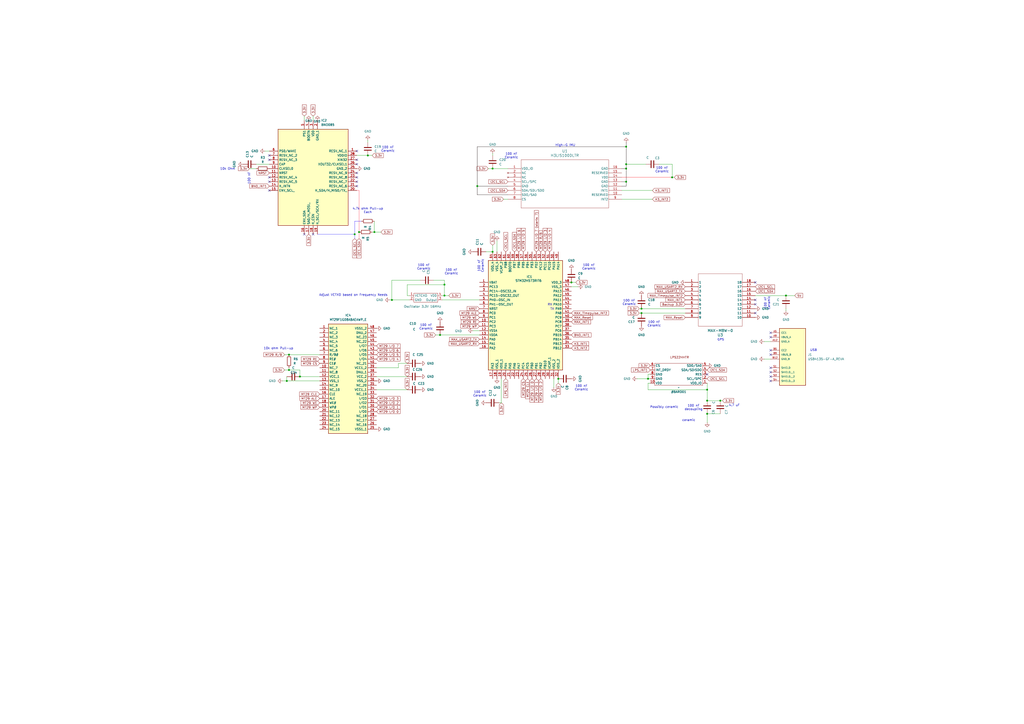
<source format=kicad_sch>
(kicad_sch (version 20250114) (generator "eeschema") (generator_version "9.0")
  (paper "A2")
  (lib_symbols
    (symbol "Device:C" (pin_numbers (hide yes)) (pin_names (offset 0.254))
      (property "Reference" "C" (at 0.635 2.54 0))
      (property "Value" "C" (at 0.635 -2.54 0))
      (symbol "C_1_1"
        (pin passive line (at 0 3.81 270) (length 2.794) (name "~") (number "1"))
        (pin passive line (at 0 -3.81 90) (length 2.794) (name "~") (number "2"))
      )
    )
    (symbol "Device:R" (pin_numbers (hide yes)) (pin_names (offset 0))
      (property "Reference" "R" (at 2.032 0 90))
      (property "Value" "R" (at 0 0 90))
      (symbol "R_1_1"
        (pin passive line (at 0 3.81 270) (length 1.27) (name "~") (number "1"))
        (pin passive line (at 0 -3.81 90) (length 1.27) (name "~") (number "2"))
      )
    )
    (symbol "Rocket Club 2025 Parts Symbols(1):BNO085"
      (property "Reference" "IC" (at 46.99 17.78 0))
      (property "Value" "BNO085" (at 46.99 15.24 0))
      (symbol "BNO085_1_1"
        (pin passive line (at 0 0 0) (length 5.08) (name "PS0/WAKE") (number "6"))
        (pin passive line (at 0 -2.54 0) (length 5.08) (name "RESV_NC_2") (number "7"))
        (pin passive line (at 0 -5.08 0) (length 5.08) (name "RESV_NC_3") (number "8"))
        (pin passive line (at 0 -7.62 0) (length 5.08) (name "CAP") (number "9"))
        (pin passive line (at 0 -10.16 0) (length 5.08) (name "CLKSEL0") (number "10"))
        (pin passive line (at 0 -12.7 0) (length 5.08) (name "NRST") (number "11"))
        (pin passive line (at 0 -15.24 0) (length 5.08) (name "RESV_NC_4") (number "12"))
        (pin passive line (at 0 -17.78 0) (length 5.08) (name "RESV_NC_5") (number "13"))
        (pin passive line (at 0 -20.32 0) (length 5.08) (name "H_INTN") (number "14"))
        (pin passive line (at 0 -22.86 0) (length 5.08) (name "ENV_SCL_") (number "15"))
        (pin passive line (at 20.32 17.78 270) (length 5.08) (name "PS1") (number "5"))
        (pin passive line (at 20.32 -48.26 90) (length 5.08) (name "ENV_SDA") (number "16"))
        (pin passive line (at 22.86 17.78 270) (length 5.08) (name "BOOTN") (number "4"))
        (pin passive line (at 22.86 -48.26 90) (length 5.08) (name "SA0/H_MOSI_") (number "17"))
        (pin passive line (at 25.4 17.78 270) (length 5.08) (name "VDD") (number "3"))
        (pin passive line (at 25.4 -48.26 90) (length 5.08) (name "H_CSN") (number "18"))
        (pin passive line (at 27.94 17.78 270) (length 5.08) (name "GND_1") (number "2"))
        (pin passive line (at 27.94 -48.26 90) (length 5.08) (name "H_SCL/SCK/RX") (number "19"))
        (pin passive line (at 50.8 0 180) (length 5.08) (name "RESV_NC_1") (number "1"))
        (pin passive line (at 50.8 -2.54 180) (length 5.08) (name "VDDIO") (number "28"))
        (pin passive line (at 50.8 -5.08 180) (length 5.08) (name "XIN32") (number "27"))
        (pin passive line (at 50.8 -7.62 180) (length 5.08) (name "XOUT32/CLKSEL1") (number "26"))
        (pin passive line (at 50.8 -10.16 180) (length 5.08) (name "GND_2") (number "25"))
        (pin passive line (at 50.8 -12.7 180) (length 5.08) (name "RESV_NC_9") (number "24"))
        (pin passive line (at 50.8 -15.24 180) (length 5.08) (name "RESV_NC_8") (number "23"))
        (pin passive line (at 50.8 -17.78 180) (length 5.08) (name "RESV_NC_7") (number "22"))
        (pin passive line (at 50.8 -20.32 180) (length 5.08) (name "RESV_NC_6") (number "21"))
        (pin passive line (at 50.8 -22.86 180) (length 5.08) (name "H_SDA/H_MISO/TX_") (number "20"))
      )
    )
    (symbol "Rocket Club 2025 Parts Symbols:MT29F1G08ABAEAWP_E"
      (property "Reference" "IC" (at 29.21 7.62 0))
      (property "Value" "MT29F1G08ABAEAWP_E" (at 29.21 5.08 0))
      (symbol "MT29F1G08ABAEAWP_E_1_1"
        (pin passive line (at 0 0 0) (length 5.08) (name "NC_1") (number "1"))
        (pin passive line (at 0 -2.54 0) (length 5.08) (name "NC_2") (number "2"))
        (pin passive line (at 0 -5.08 0) (length 5.08) (name "NC_3") (number "3"))
        (pin passive line (at 0 -7.62 0) (length 5.08) (name "NC_4") (number "4"))
        (pin passive line (at 0 -10.16 0) (length 5.08) (name "NC_5") (number "5"))
        (pin passive line (at 0 -12.7 0) (length 5.08) (name "NC_6") (number "6"))
        (pin passive line (at 0 -15.24 0) (length 5.08) (name "R/B#") (number "7"))
        (pin passive line (at 0 -17.78 0) (length 5.08) (name "RE#") (number "8"))
        (pin passive line (at 0 -20.32 0) (length 5.08) (name "CE#") (number "9"))
        (pin passive line (at 0 -22.86 0) (length 5.08) (name "NC_7") (number "10"))
        (pin passive line (at 0 -25.4 0) (length 5.08) (name "NC_8") (number "11"))
        (pin passive line (at 0 -27.94 0) (length 5.08) (name "VCC_1") (number "12"))
        (pin passive line (at 0 -30.48 0) (length 5.08) (name "VSS_1") (number "13"))
        (pin passive line (at 0 -33.02 0) (length 5.08) (name "NC_9") (number "14"))
        (pin passive line (at 0 -35.56 0) (length 5.08) (name "NC_10") (number "15"))
        (pin passive line (at 0 -38.1 0) (length 5.08) (name "CLE") (number "16"))
        (pin passive line (at 0 -40.64 0) (length 5.08) (name "ALE") (number "17"))
        (pin passive line (at 0 -43.18 0) (length 5.08) (name "WE#") (number "18"))
        (pin passive line (at 0 -45.72 0) (length 5.08) (name "WP#") (number "19"))
        (pin passive line (at 0 -48.26 0) (length 5.08) (name "NC_11") (number "20"))
        (pin passive line (at 0 -50.8 0) (length 5.08) (name "NC_12") (number "21"))
        (pin passive line (at 0 -53.34 0) (length 5.08) (name "NC_13") (number "22"))
        (pin passive line (at 0 -55.88 0) (length 5.08) (name "NC_14") (number "23"))
        (pin passive line (at 0 -58.42 0) (length 5.08) (name "NC_15") (number "24"))
        (pin passive line (at 33.02 0 180) (length 5.08) (name "VSS1_2") (number "48"))
        (pin passive line (at 33.02 -2.54 180) (length 5.08) (name "DNU_2") (number "47"))
        (pin passive line (at 33.02 -5.08 180) (length 5.08) (name "NC_23") (number "46"))
        (pin passive line (at 33.02 -7.62 180) (length 5.08) (name "NC_22") (number "45"))
        (pin passive line (at 33.02 -10.16 180) (length 5.08) (name "I/O7") (number "44"))
        (pin passive line (at 33.02 -12.7 180) (length 5.08) (name "I/O6") (number "43"))
        (pin passive line (at 33.02 -15.24 180) (length 5.08) (name "I/O5") (number "42"))
        (pin passive line (at 33.02 -17.78 180) (length 5.08) (name "I/O4") (number "41"))
        (pin passive line (at 33.02 -20.32 180) (length 5.08) (name "NC_21") (number "40"))
        (pin passive line (at 33.02 -22.86 180) (length 5.08) (name "VCC1_2") (number "39"))
        (pin passive line (at 33.02 -25.4 180) (length 5.08) (name "DNU_1") (number "38"))
        (pin passive line (at 33.02 -27.94 180) (length 5.08) (name "VCC_2") (number "37"))
        (pin passive line (at 33.02 -30.48 180) (length 5.08) (name "VSS_2") (number "36"))
        (pin passive line (at 33.02 -33.02 180) (length 5.08) (name "NC_20") (number "35"))
        (pin passive line (at 33.02 -35.56 180) (length 5.08) (name "VCC1_1") (number "34"))
        (pin passive line (at 33.02 -38.1 180) (length 5.08) (name "NC_19") (number "33"))
        (pin passive line (at 33.02 -40.64 180) (length 5.08) (name "I/O3") (number "32"))
        (pin passive line (at 33.02 -43.18 180) (length 5.08) (name "I/O2") (number "31"))
        (pin passive line (at 33.02 -45.72 180) (length 5.08) (name "I/O1") (number "30"))
        (pin passive line (at 33.02 -48.26 180) (length 5.08) (name "I/O0") (number "29"))
        (pin passive line (at 33.02 -50.8 180) (length 5.08) (name "NC_18") (number "28"))
        (pin passive line (at 33.02 -53.34 180) (length 5.08) (name "NC_17") (number "27"))
        (pin passive line (at 33.02 -55.88 180) (length 5.08) (name "NC_16") (number "26"))
        (pin passive line (at 33.02 -58.42 180) (length 5.08) (name "VSS1_1") (number "25"))
      )
    )
    (symbol "Rocket Club 2025 Parts Symbols_Including_Full_Stm32:BARO_LPS22HHTR" (power) (in_bom no) (on_board no)
      (property "Reference" "BARO" (at 9.398 2.032 0))
      (symbol "BARO_LPS22HHTR_1_1"
        (text "LPS22HHTR" (at 9.652 -18.796 0) (effects (font (size 1.27 1.27))))
        (pin input line (at -6.35 -3.81 0) (length 2.54) (name "VDD_IO") (number "1"))
        (pin input line (at -6.35 -6.35 0) (length 2.54) (name "SCL/SPC") (number "2"))
        (pin input line (at -6.35 -8.89 0) (length 2.54) (name "RES") (number "3"))
        (pin bidirectional line (at -6.35 -11.43 0) (length 2.54) (name "SDA/SDISDO") (number "4"))
        (pin bidirectional line (at -6.35 -13.97 0) (length 2.54) (name "SDO/SA0") (number "5"))
        (pin input line (at 26.67 -3.81 180) (length 2.54) (name "VDD") (number "10"))
        (pin input line (at 26.67 -6.35 180) (length 2.54) (name "GND") (number "9"))
        (pin input line (at 26.67 -8.89 180) (length 2.54) (name "GND") (number "8"))
        (pin output line (at 26.67 -11.43 180) (length 2.54) (name "INT_DRDY") (number "7"))
        (pin input line (at 26.67 -13.97 180) (length 2.54) (name "CS") (number "6"))
      )
    )
    (symbol "Rocket Club 2025 Parts Symbols_Including_Full_Stm32:H3LIS100DLTR" (pin_names (offset 0.254))
      (property "Reference" "U" (at 33.02 10.16 0))
      (property "Value" "H3LIS100DLTR" (at 33.02 7.62 0))
      (symbol "H3LIS100DLTR_0_1"
        (pin power_in line (at 0 0 0) (length 7.62) (name "VDD_IO") (number "1"))
        (pin no_connect line (at 0 -2.54 0) (length 7.62) (name "NC") (number "2"))
        (pin no_connect line (at 0 -5.08 0) (length 7.62) (name "NC") (number "3"))
        (pin bidirectional line (at 0 -7.62 0) (length 7.62) (name "SCL/SPC") (number "4"))
        (pin power_in line (at 0 -10.16 0) (length 7.62) (name "GND") (number "5"))
        (pin bidirectional line (at 0 -12.7 0) (length 7.62) (name "SDA/SDI/SDO") (number "6"))
        (pin bidirectional line (at 0 -15.24 0) (length 7.62) (name "SDO/SA0") (number "7"))
        (pin bidirectional line (at 0 -17.78 0) (length 7.62) (name "CS") (number "8"))
        (pin power_in line (at 66.04 0 180) (length 7.62) (name "GND") (number "16"))
        (pin unspecified line (at 66.04 -2.54 180) (length 7.62) (name "RESERVED") (number "15"))
        (pin power_in line (at 66.04 -5.08 180) (length 7.62) (name "VDD") (number "14"))
        (pin power_in line (at 66.04 -7.62 180) (length 7.62) (name "GND") (number "13"))
        (pin power_in line (at 66.04 -10.16 180) (length 7.62) (name "GND") (number "12"))
        (pin bidirectional line (at 66.04 -12.7 180) (length 7.62) (name "INT1") (number "11"))
        (pin unspecified line (at 66.04 -15.24 180) (length 7.62) (name "RESERVED") (number "10"))
        (pin bidirectional line (at 66.04 -17.78 180) (length 7.62) (name "INT2") (number "9"))
      )
    )
    (symbol "Rocket Club 2025 Parts Symbols_Including_Full_Stm32:MAX-M8W-0" (pin_names (offset 0.254))
      (property "Reference" "U" (at 20.32 10.16 0))
      (property "Value" "MAX-M8W-0" (at 20.32 7.62 0))
      (symbol "MAX-M8W-0_0_1"
        (pin unspecified line (at 0 0 0) (length 7.62) (name "1") (number "1"))
        (pin unspecified line (at 0 -2.54 0) (length 7.62) (name "2") (number "2"))
        (pin unspecified line (at 0 -5.08 0) (length 7.62) (name "3") (number "3"))
        (pin unspecified line (at 0 -7.62 0) (length 7.62) (name "4") (number "4"))
        (pin unspecified line (at 0 -10.16 0) (length 7.62) (name "5") (number "5"))
        (pin unspecified line (at 0 -12.7 0) (length 7.62) (name "6") (number "6"))
        (pin unspecified line (at 0 -15.24 0) (length 7.62) (name "7") (number "7"))
        (pin unspecified line (at 0 -17.78 0) (length 7.62) (name "8") (number "8"))
        (pin unspecified line (at 0 -20.32 0) (length 7.62) (name "9") (number "9"))
        (pin unspecified line (at 40.64 0 180) (length 7.62) (name "18") (number "18"))
        (pin unspecified line (at 40.64 -2.54 180) (length 7.62) (name "17") (number "17"))
        (pin unspecified line (at 40.64 -5.08 180) (length 7.62) (name "16") (number "16"))
        (pin unspecified line (at 40.64 -7.62 180) (length 7.62) (name "15") (number "15"))
        (pin unspecified line (at 40.64 -10.16 180) (length 7.62) (name "14") (number "14"))
        (pin unspecified line (at 40.64 -12.7 180) (length 7.62) (name "13") (number "13"))
        (pin unspecified line (at 40.64 -15.24 180) (length 7.62) (name "12") (number "12"))
        (pin unspecified line (at 40.64 -17.78 180) (length 7.62) (name "11") (number "11"))
        (pin unspecified line (at 40.64 -20.32 180) (length 7.62) (name "10") (number "10"))
      )
    )
    (symbol "Rocket Club 2025 Parts Symbols_Including_Full_Stm32:Oscillator_TXETDDSANF-16Mhz"
      (property "Reference" "Oscillator 3.3V 16MHz" (at 3.302 -3.556 0))
      (property "Value" "Oscillator 3.3V 16MHz" (at 3.302 -3.556 0))
      (symbol "Oscillator_TXETDDSANF-16Mhz_1_1"
        (pin input line (at -3.81 5.08 0) (length 2.54) (name "VCTCXO") (number "1"))
        (pin input line (at -3.81 2.54 0) (length 2.54) (name "GND") (number "2"))
        (pin input line (at 15.24 5.08 180) (length 2.54) (name "VDD") (number "4"))
        (pin output line (at 15.24 2.54 180) (length 2.54) (name "Output") (number "3"))
      )
    )
    (symbol "Rocket Club 2025 Parts Symbols_Including_Full_Stm32:STM32H573RIT6"
      (property "Reference" "IC" (at 49.53 17.78 0))
      (property "Value" "STM32H573RIT6" (at 49.53 15.24 0))
      (symbol "STM32H573RIT6_1_1"
        (pin passive line (at 0 0 0) (length 5.08) (name "VBAT") (number "1"))
        (pin passive line (at 0 -2.54 0) (length 5.08) (name "PC13") (number "2"))
        (pin passive line (at 0 -5.08 0) (length 5.08) (name "PC14-OSC32_IN") (number "3"))
        (pin passive line (at 0 -7.62 0) (length 5.08) (name "PC15-OSC32_OUT") (number "4"))
        (pin passive line (at 0 -10.16 0) (length 5.08) (name "PH0-OSC_IN") (number "5"))
        (pin passive line (at 0 -12.7 0) (length 5.08) (name "PH1-OSC_OUT") (number "6"))
        (pin passive line (at 0 -15.24 0) (length 5.08) (name "NRST") (number "7"))
        (pin passive line (at 0 -17.78 0) (length 5.08) (name "PC0") (number "8"))
        (pin passive line (at 0 -20.32 0) (length 5.08) (name "PC1") (number "9"))
        (pin passive line (at 0 -22.86 0) (length 5.08) (name "PC2") (number "10"))
        (pin passive line (at 0 -25.4 0) (length 5.08) (name "PC3") (number "11"))
        (pin passive line (at 0 -27.94 0) (length 5.08) (name "VSSA") (number "12"))
        (pin passive line (at 0 -30.48 0) (length 5.08) (name "VDDA") (number "13"))
        (pin passive line (at 0 -33.02 0) (length 5.08) (name "PA0") (number "14"))
        (pin passive line (at 0 -35.56 0) (length 5.08) (name "PA1") (number "15"))
        (pin passive line (at 0 -38.1 0) (length 5.08) (name "PA2") (number "16"))
        (pin passive line (at 7.62 17.78 270) (length 5.08) (name "VDD_4") (number "64"))
        (pin passive line (at 7.62 -55.88 90) (length 5.08) (name "PA3") (number "17"))
        (pin passive line (at 10.16 17.78 270) (length 5.08) (name "VSS_4") (number "63"))
        (pin passive line (at 10.16 -55.88 90) (length 5.08) (name "VSS_1") (number "18"))
        (pin passive line (at 12.7 17.78 270) (length 5.08) (name "VCAP_2") (number "62"))
        (pin passive line (at 12.7 -55.88 90) (length 5.08) (name "VDD_1") (number "19"))
        (pin passive line (at 15.24 17.78 270) (length 5.08) (name "PB8") (number "61"))
        (pin passive line (at 15.24 -55.88 90) (length 5.08) (name "PA4") (number "20"))
        (pin passive line (at 17.78 17.78 270) (length 5.08) (name "BOOT0") (number "60"))
        (pin passive line (at 17.78 -55.88 90) (length 5.08) (name "PA5") (number "21"))
        (pin passive line (at 20.32 17.78 270) (length 5.08) (name "PB7") (number "59"))
        (pin passive line (at 20.32 -55.88 90) (length 5.08) (name "PA6") (number "22"))
        (pin passive line (at 22.86 17.78 270) (length 5.08) (name "PB6") (number "58"))
        (pin passive line (at 22.86 -55.88 90) (length 5.08) (name "PA7") (number "23"))
        (pin passive line (at 25.4 17.78 270) (length 5.08) (name "PB5") (number "57"))
        (pin passive line (at 25.4 -55.88 90) (length 5.08) (name "PC4") (number "24"))
        (pin passive line (at 27.94 17.78 270) (length 5.08) (name "PB4") (number "56"))
        (pin passive line (at 27.94 -55.88 90) (length 5.08) (name "PC5") (number "25"))
        (pin passive line (at 30.48 17.78 270) (length 5.08) (name "PB3") (number "55"))
        (pin passive line (at 30.48 -55.88 90) (length 5.08) (name "PB0") (number "26"))
        (pin passive line (at 33.02 17.78 270) (length 5.08) (name "PD2") (number "54"))
        (pin passive line (at 33.02 -55.88 90) (length 5.08) (name "PB1") (number "27"))
        (pin passive line (at 35.56 17.78 270) (length 5.08) (name "PC12") (number "53"))
        (pin passive line (at 35.56 -55.88 90) (length 5.08) (name "PB2") (number "28"))
        (pin passive line (at 38.1 17.78 270) (length 5.08) (name "PC11") (number "52"))
        (pin passive line (at 38.1 -55.88 90) (length 5.08) (name "PB10") (number "29"))
        (pin passive line (at 40.64 17.78 270) (length 5.08) (name "PC10") (number "51"))
        (pin passive line (at 40.64 -55.88 90) (length 5.08) (name "VCAP_1") (number "30"))
        (pin passive line (at 43.18 17.78 270) (length 5.08) (name "PA15") (number "50"))
        (pin passive line (at 43.18 -55.88 90) (length 5.08) (name "VSS_2") (number "31"))
        (pin passive line (at 45.72 17.78 270) (length 5.08) (name "PA14") (number "49"))
        (pin passive line (at 45.72 -55.88 90) (length 5.08) (name "VDD_2") (number "32"))
        (pin passive line (at 53.34 0 180) (length 5.08) (name "VDD_3") (number "48"))
        (pin passive line (at 53.34 -2.54 180) (length 5.08) (name "VSS_3") (number "47"))
        (pin passive line (at 53.34 -5.08 180) (length 5.08) (name "PA13") (number "46"))
        (pin passive line (at 53.34 -7.62 180) (length 5.08) (name "PA12") (number "45"))
        (pin passive line (at 53.34 -10.16 180) (length 5.08) (name "PA11") (number "44"))
        (pin passive line (at 53.34 -12.7 180) (length 5.08) (name "PA10") (number "43"))
        (pin passive line (at 53.34 -15.24 180) (length 5.08) (name "PA9") (number "42"))
        (pin passive line (at 53.34 -17.78 180) (length 5.08) (name "PA8") (number "41"))
        (pin passive line (at 53.34 -20.32 180) (length 5.08) (name "PC9") (number "40"))
        (pin passive line (at 53.34 -22.86 180) (length 5.08) (name "PC8") (number "39"))
        (pin passive line (at 53.34 -25.4 180) (length 5.08) (name "PC7") (number "38"))
        (pin passive line (at 53.34 -27.94 180) (length 5.08) (name "PC6") (number "37"))
        (pin passive line (at 53.34 -30.48 180) (length 5.08) (name "PB15") (number "36"))
        (pin passive line (at 53.34 -33.02 180) (length 5.08) (name "PB14") (number "35"))
        (pin passive line (at 53.34 -35.56 180) (length 5.08) (name "PB13") (number "34"))
        (pin passive line (at 53.34 -38.1 180) (length 5.08) (name "PB12") (number "33"))
      )
    )
    (symbol "Rocket Club 2025 Parts Symbols_Including_Full_Stm32:USB4135-GF-A_REVA" (pin_names (offset 1.016))
      (property "Reference" "J" (at -7.62 13.462 0))
      (property "Value" "USB4135-GF-A_REVA" (at -7.62 -21.082 0))
      (symbol "USB4135-GF-A_REVA_0_0"
        (pin bidirectional line (at -12.7 10.16 0) (length 5.08) (name "CC1") (number "A5"))
        (pin power_in line (at -12.7 7.62 0) (length 5.08) (name "VBUS_A") (number "A9"))
        (pin power_in line (at -12.7 5.08 0) (length 5.08) (name "GND_A") (number "A12"))
        (pin bidirectional line (at -12.7 0 0) (length 5.08) (name "CC2") (number "B5"))
        (pin power_in line (at -12.7 -2.54 0) (length 5.08) (name "VBUS_B") (number "B9"))
        (pin power_in line (at -12.7 -5.08 0) (length 5.08) (name "GND_B") (number "B12"))
        (pin passive line (at -12.7 -10.16 0) (length 5.08) (name "SHIELD") (number "S1"))
        (pin passive line (at -12.7 -12.7 0) (length 5.08) (name "SHIELD__1") (number "S2"))
        (pin passive line (at -12.7 -15.24 0) (length 5.08) (name "SHIELD__2") (number "S3"))
        (pin passive line (at -12.7 -17.78 0) (length 5.08) (name "SHIELD__3") (number "S4"))
      )
    )
    (symbol "power:GND" (power) (pin_numbers (hide yes)) (pin_names (offset 0) (hide yes))
      (property "Value" "GND" (at 0 -3.81 0))
      (symbol "GND_1_1"
        (pin power_in line (at 0 0 270) (length 0) (name "~") (number "1"))
      )
    )
  )
  (text "Possibly ceramic" (at 385.318 236.22 0) (effects (font (size 1.27 1.27))))
  (text "100 nF\nCeramic\n" (at 245.872 154.94 0) (effects (font (size 1.27 1.27))))
  (text "100 nF\nCeramic\n" (at 296.672 90.424 0) (effects (font (size 1.27 1.27))))
  (text "High-G IMU" (at 327.914 84.328 0) (effects (font (size 1.27 1.27))))
  (text "ceramic" (at 399.542 243.84 0) (effects (font (size 1.27 1.27))))
  (text "4.7 uF\n\n" (at 425.958 236.22 0) (effects (font (size 1.27 1.27))))
  (text "TX" (at 320.294 179.324 0) (effects (font (size 1.27 1.27))))
  (text "10k ohm Pull-up\n\n" (at 161.544 203.2 0) (effects (font (size 1.27 1.27))))
  (text "USB\n" (at 471.932 203.2 0) (effects (font (size 1.27 1.27))))
  (text "GPS\n" (at 418.084 197.104 0) (effects (font (size 1.27 1.27))))
  (text "100 nF\nCeramic\n" (at 379.476 187.96 0) (effects (font (size 1.27 1.27))))
  (text "100 nF\ndecoupling\n" (at 402.336 236.474 0) (effects (font (size 1.27 1.27))))
  (text "100 nF\nCeramic\n" (at 341.63 154.94 0) (effects (font (size 1.27 1.27))))
  (text "100 nF\nCeramic\n" (at 337.312 225.044 0) (effects (font (size 1.27 1.27))))
  (text "100 nF\nCeramic\n" (at 445.008 175.768 90) (effects (font (size 1.27 1.27))))
  (text "100 nF\nCeramic\n" (at 364.998 175.514 0) (effects (font (size 1.27 1.27))))
  (text "100 nF\nCeramic\n" (at 225.044 86.614 0) (effects (font (size 1.27 1.27))))
  (text "100 nF\nCeramic\n" (at 278.892 154.178 90) (effects (font (size 1.27 1.27))))
  (text "Adjust VCTXO based on Frequency Needs\n" (at 204.978 171.196 0) (effects (font (size 1.27 1.27))))
  (text "100 nF\nCeramic\n" (at 247.142 189.738 0) (effects (font (size 1.27 1.27))))
  (text "10k Ohm\n\n" (at 132.08 99.06 0) (effects (font (size 1.27 1.27))))
  (text "100 nF\nCeramic\n" (at 278.384 228.6 0) (effects (font (size 1.27 1.27))))
  (text "RX" (at 319.024 176.784 0) (effects (font (size 1.27 1.27))))
  (text "100 nF\nCeramic\n" (at 261.874 157.734 0) (effects (font (size 1.27 1.27))))
  (text "100 nF\nCeramic\n" (at 384.048 98.552 0) (effects (font (size 1.27 1.27))))
  (text "100 nF\n\n" (at 145.542 103.378 90) (effects (font (size 1.27 1.27))))
  (text "4.7k ohm Pull-up\nEach\n" (at 213.36 122.174 0) (effects (font (size 1.27 1.27))))
  (junction (at 213.36 90.17))
  (junction (at 208.28 134.62))
  (junction (at 173.99 218.44))
  (junction (at 410.21 226.06))
  (junction (at 167.64 205.74))
  (junction (at 410.21 232.41))
  (junction (at 363.22 95.25))
  (junction (at 166.37 220.98))
  (junction (at 363.22 105.41))
  (junction (at 323.85 219.71))
  (junction (at 257.81 171.45))
  (junction (at 455.93 171.45))
  (junction (at 227.33 173.99))
  (junction (at 372.11 181.61))
  (junction (at 417.83 232.41))
  (junction (at 389.89 102.87))
  (junction (at 410.21 240.03))
  (junction (at 285.75 97.79))
  (junction (at 363.22 97.79))
  (junction (at 363.22 85.09))
  (junction (at 285.75 146.05))
  (junction (at 217.17 134.62))
  (junction (at 167.64 214.63))
  (junction (at 255.27 194.31))
  (junction (at 375.92 219.71))
  (junction (at 372.11 179.07))
  (junction (at 276.86 107.95))
  (junction (at 205.74 135.89))
  (junction (at 331.47 163.83))
  (junction (at 257.81 165.1))
  (no_connect (at 207.01 87.63))
  (no_connect (at 438.15 163.83))
  (no_connect (at 447.04 213.36))
  (no_connect (at 447.04 205.74))
  (no_connect (at 207.01 92.71))
  (no_connect (at 447.04 220.98))
  (no_connect (at 438.15 176.53))
  (no_connect (at 447.04 193.04))
  (no_connect (at 447.04 218.44))
  (no_connect (at 447.04 195.58))
  (no_connect (at 447.04 215.9))
  (no_connect (at 207.01 107.95))
  (no_connect (at 156.21 102.87))
  (no_connect (at 156.21 92.71))
  (no_connect (at 207.01 105.41))
  (no_connect (at 447.04 203.2))
  (no_connect (at 410.21 217.17))
  (no_connect (at 438.15 181.61))
  (no_connect (at 207.01 100.33))
  (no_connect (at 156.21 110.49))
  (no_connect (at 156.21 90.17))
  (no_connect (at 438.15 173.99))
  (no_connect (at 176.53 135.89))
  (no_connect (at 207.01 102.87))
  (no_connect (at 181.61 135.89))
  (no_connect (at 156.21 105.41))
  (no_connect (at 207.01 95.25))
  (wire (pts (xy 144.78 97.79) (xy 148.59 97.79)))
  (wire (pts (xy 375.92 226.06) (xy 375.92 222.25)))
  (wire (pts (xy 391.16 102.87) (xy 389.89 102.87)))
  (wire (pts (xy 370.84 179.07) (xy 372.11 179.07)))
  (wire (pts (xy 252.73 194.31) (xy 255.27 194.31)))
  (wire (pts (xy 360.68 105.41) (xy 363.22 105.41)) (stroke (width 0) (color 14 0 0 1)))
  (wire (pts (xy 208.28 110.49) (xy 208.28 134.62)) (stroke (width 0) (color 255 42 66 1)))
  (wire (pts (xy 257.81 162.56) (xy 257.81 165.1)))
  (wire (pts (xy 443.23 198.12) (xy 447.04 198.12)))
  (wire (pts (xy 257.81 165.1) (xy 257.81 171.45)))
  (wire (pts (xy 256.54 173.99) (xy 278.13 173.99)))
  (wire (pts (xy 163.83 220.98) (xy 166.37 220.98)))
  (wire (pts (xy 165.1 205.74) (xy 167.64 205.74)))
  (wire (pts (xy 283.21 97.79) (xy 285.75 97.79)))
  (wire (pts (xy 166.37 218.44) (xy 166.37 220.98)))
  (wire (pts (xy 323.85 222.25) (xy 323.85 219.71)))
  (wire (pts (xy 213.36 90.17) (xy 207.01 90.17)))
  (wire (pts (xy 360.68 97.79) (xy 363.22 97.79)) (stroke (width 0) (color 14 0 0 1)))
  (wire (pts (xy 217.17 128.27) (xy 217.17 134.62)))
  (wire (pts (xy 218.44 213.36) (xy 231.14 213.36)))
  (wire (pts (xy 236.22 171.45) (xy 236.22 165.1)))
  (wire (pts (xy 153.67 87.63) (xy 156.21 87.63)))
  (wire (pts (xy 292.1 115.57) (xy 294.64 115.57)))
  (wire (pts (xy 375.92 222.25) (xy 377.19 222.25)))
  (wire (pts (xy 443.23 208.28) (xy 447.04 208.28)))
  (wire (pts (xy 205.74 135.89) (xy 184.15 135.89)) (stroke (width 0) (color 52 41 255 1)))
  (wire (pts (xy 410.21 226.06) (xy 375.92 226.06)))
  (wire (pts (xy 260.35 171.45) (xy 257.81 171.45)))
  (wire (pts (xy 382.27 95.25) (xy 389.89 95.25)))
  (wire (pts (xy 363.22 95.25) (xy 363.22 97.79)) (stroke (width 0) (color 14 0 0 1)))
  (wire (pts (xy 166.37 220.98) (xy 185.42 220.98)))
  (wire (pts (xy 285.75 88.9) (xy 285.75 90.17)))
  (wire (pts (xy 213.36 81.28) (xy 213.36 82.55)))
  (wire (pts (xy 370.84 181.61) (xy 372.11 181.61)))
  (wire (pts (xy 290.83 233.68) (xy 289.56 233.68)))
  (wire (pts (xy 220.98 134.62) (xy 217.17 134.62)))
  (wire (pts (xy 173.99 214.63) (xy 173.99 218.44)))
  (wire (pts (xy 173.99 218.44) (xy 185.42 218.44)))
  (wire (pts (xy 363.22 105.41) (xy 363.22 107.95)) (stroke (width 0) (color 14 0 0 1)))
  (wire (pts (xy 165.1 214.63) (xy 167.64 214.63)))
  (wire (pts (xy 378.46 110.49) (xy 360.68 110.49)))
  (wire (pts (xy 461.01 171.45) (xy 455.93 171.45)))
  (wire (pts (xy 205.74 128.27) (xy 209.55 128.27)) (stroke (width 0) (color 45 14 255 1)))
  (wire (pts (xy 389.89 95.25) (xy 389.89 102.87)))
  (wire (pts (xy 274.32 191.77) (xy 278.13 191.77)))
  (wire (pts (xy 276.86 113.03) (xy 276.86 107.95)) (stroke (width 0) (color 14 0 0 1)))
  (wire (pts (xy 251.46 162.56) (xy 257.81 162.56)))
  (wire (pts (xy 176.53 67.31) (xy 176.53 69.85)))
  (wire (pts (xy 321.31 224.79) (xy 321.31 219.71)))
  (wire (pts (xy 372.11 181.61) (xy 397.51 181.61)))
  (wire (pts (xy 288.29 139.7) (xy 288.29 146.05)))
  (wire (pts (xy 255.27 194.31) (xy 278.13 194.31)))
  (wire (pts (xy 208.28 134.62) (xy 208.28 138.43)) (stroke (width 0) (color 255 42 66 1)))
  (wire (pts (xy 363.22 95.25) (xy 374.65 95.25)))
  (wire (pts (xy 378.46 115.57) (xy 360.68 115.57)))
  (wire (pts (xy 372.11 179.07) (xy 397.51 179.07)))
  (wire (pts (xy 363.22 85.09) (xy 363.22 95.25)) (stroke (width 0) (color 14 0 0 1)))
  (wire (pts (xy 377.19 217.17) (xy 375.92 217.17)))
  (wire (pts (xy 455.93 171.45) (xy 438.15 171.45)))
  (wire (pts (xy 167.64 213.36) (xy 167.64 214.63)))
  (wire (pts (xy 215.9 90.17) (xy 213.36 90.17)))
  (wire (pts (xy 335.28 166.37) (xy 331.47 166.37)))
  (wire (pts (xy 227.33 173.99) (xy 237.49 173.99)))
  (wire (pts (xy 205.74 135.89) (xy 205.74 138.43)) (stroke (width 0) (color 52 41 255 1)))
  (wire (pts (xy 375.92 217.17) (xy 375.92 219.71)))
  (wire (pts (xy 257.81 171.45) (xy 256.54 171.45)))
  (wire (pts (xy 375.92 219.71) (xy 377.19 219.71)))
  (wire (pts (xy 226.06 173.99) (xy 227.33 173.99)))
  (wire (pts (xy 417.83 232.41) (xy 410.21 232.41)))
  (wire (pts (xy 276.86 113.03) (xy 294.64 113.03)) (stroke (width 0) (color 14 0 0 1)))
  (wire (pts (xy 236.22 165.1) (xy 257.81 165.1)))
  (wire (pts (xy 290.83 219.71) (xy 290.83 233.68)))
  (wire (pts (xy 369.57 219.71) (xy 375.92 219.71)))
  (wire (pts (xy 285.75 142.24) (xy 285.75 146.05)))
  (wire (pts (xy 236.22 171.45) (xy 237.49 171.45)))
  (wire (pts (xy 410.21 232.41) (xy 410.21 226.06)))
  (wire (pts (xy 205.74 128.27) (xy 205.74 135.89)) (stroke (width 0) (color 45 14 255 1)))
  (wire (pts (xy 363.22 97.79) (xy 363.22 105.41)) (stroke (width 0) (color 14 0 0 1)))
  (wire (pts (xy 276.86 85.09) (xy 363.22 85.09)) (stroke (width 0) (color 14 0 0 1)))
  (wire (pts (xy 231.14 213.36) (xy 231.14 210.82)))
  (wire (pts (xy 419.1 232.41) (xy 417.83 232.41)))
  (wire (pts (xy 167.64 214.63) (xy 173.99 214.63)))
  (wire (pts (xy 410.21 226.06) (xy 410.21 222.25)))
  (wire (pts (xy 181.61 67.31) (xy 181.61 69.85)))
  (wire (pts (xy 276.86 107.95) (xy 294.64 107.95)) (stroke (width 0) (color 14 0 0 1)))
  (wire (pts (xy 276.86 107.95) (xy 276.86 85.09)) (stroke (width 0) (color 14 0 0 1)))
  (wire (pts (xy 243.84 162.56) (xy 227.33 162.56)))
  (wire (pts (xy 334.01 163.83) (xy 331.47 163.83)))
  (wire (pts (xy 360.68 107.95) (xy 363.22 107.95)) (stroke (width 0) (color 14 0 0 1)))
  (wire (pts (xy 410.21 245.11) (xy 410.21 240.03)))
  (wire (pts (xy 227.33 162.56) (xy 227.33 173.99)))
  (wire (pts (xy 148.59 95.25) (xy 156.21 95.25)))
  (wire (pts (xy 455.93 180.34) (xy 455.93 179.07)))
  (wire (pts (xy 167.64 205.74) (xy 185.42 205.74)))
  (wire (pts (xy 281.94 146.05) (xy 285.75 146.05)))
  (wire (pts (xy 218.44 226.06) (xy 236.22 226.06)))
  (wire (pts (xy 389.89 102.87) (xy 360.68 102.87)) (stroke (width 0) (color 255 29 37 1)))
  (wire (pts (xy 208.28 110.49) (xy 207.01 110.49)) (stroke (width 0) (color 255 42 66 1)))
  (wire (pts (xy 417.83 240.03) (xy 410.21 240.03)))
  (wire (pts (xy 363.22 82.55) (xy 363.22 85.09)) (stroke (width 0) (color 13 0 0 1)))
  (wire (pts (xy 218.44 218.44) (xy 236.22 218.44)))
  (wire (pts (xy 231.14 210.82) (xy 236.22 210.82)))
  (wire (pts (xy 285.75 97.79) (xy 294.64 97.79)))
  (wire (pts (xy 217.17 134.62) (xy 215.9 134.62)))
  (global_label "MT29 I{slash}O 6" (shape input) (at 300.99 146.05 90) (property "Intersheetrefs" "${INTERSHEET_REFS}" (effects (hide yes))))
  (global_label "MAX_Timepulse_INT2" (shape input) (at 331.47 181.61 0) (property "Intersheetrefs" "${INTERSHEET_REFS}" (effects (hide yes))))
  (global_label "MT29 ALE" (shape input) (at 185.42 231.14 180) (property "Intersheetrefs" "${INTERSHEET_REFS}" (effects (hide yes))))
  (global_label "3.3V" (shape input) (at 179.07 135.89 270) (property "Intersheetrefs" "${INTERSHEET_REFS}" (effects (hide yes))))
  (global_label "MT29 R{slash}B" (shape input) (at 313.69 146.05 90) (property "Intersheetrefs" "${INTERSHEET_REFS}" (effects (hide yes))))
  (global_label "3.3V" (shape input) (at 370.84 179.07 180) (property "Intersheetrefs" "${INTERSHEET_REFS}" (effects (hide yes))))
  (global_label "3.3V" (shape input) (at 252.73 194.31 180) (property "Intersheetrefs" "${INTERSHEET_REFS}" (effects (hide yes))))
  (global_label "3.3V" (shape input) (at 377.19 212.09 180) (property "Intersheetrefs" "${INTERSHEET_REFS}" (effects (hide yes))))
  (global_label "I2C1_SDA" (shape input) (at 410.21 214.63 0) (property "Intersheetrefs" "${INTERSHEET_REFS}" (effects (hide yes))))
  (global_label "MT29 RE" (shape input) (at 278.13 186.69 180) (property "Intersheetrefs" "${INTERSHEET_REFS}" (effects (hide yes))))
  (global_label "H3_INT1" (shape input) (at 378.46 110.49 0) (property "Intersheetrefs" "${INTERSHEET_REFS}" (effects (hide yes))))
  (global_label "MAX_INT1" (shape input) (at 331.47 186.69 0) (property "Intersheetrefs" "${INTERSHEET_REFS}" (effects (hide yes))))
  (global_label "I2C1_SCL" (shape input) (at 438.15 166.37 0) (property "Intersheetrefs" "${INTERSHEET_REFS}" (effects (hide yes))))
  (global_label "MT29 WP" (shape input) (at 278.13 189.23 180) (property "Intersheetrefs" "${INTERSHEET_REFS}" (effects (hide yes))))
  (global_label "I2C1_SDA" (shape input) (at 438.15 168.91 0) (property "Intersheetrefs" "${INTERSHEET_REFS}" (effects (hide yes))))
  (global_label "3.3V" (shape input) (at 391.16 102.87 0) (property "Intersheetrefs" "${INTERSHEET_REFS}" (effects (hide yes))))
  (global_label "MT29 I{slash}O 4" (shape input) (at 318.77 146.05 90) (property "Intersheetrefs" "${INTERSHEET_REFS}" (effects (hide yes))))
  (global_label "MT29 RE" (shape input) (at 185.42 208.28 180) (property "Intersheetrefs" "${INTERSHEET_REFS}" (effects (hide yes))))
  (global_label "3.3V" (shape input) (at 370.84 181.61 180) (property "Intersheetrefs" "${INTERSHEET_REFS}" (effects (hide yes))))
  (global_label "5V" (shape input) (at 461.01 171.45 0) (property "Intersheetrefs" "${INTERSHEET_REFS}" (effects (hide yes))))
  (global_label "MT29 I{slash}O 5" (shape input) (at 303.53 146.05 90) (property "Intersheetrefs" "${INTERSHEET_REFS}" (effects (hide yes))))
  (global_label "MT29 I{slash}O 1" (shape input) (at 311.15 219.71 270) (property "Intersheetrefs" "${INTERSHEET_REFS}" (effects (hide yes))))
  (global_label "H3_INT1" (shape input) (at 331.47 199.39 0) (property "Intersheetrefs" "${INTERSHEET_REFS}" (effects (hide yes))))
  (global_label "MT29 R{slash}B" (shape input) (at 165.1 205.74 180) (property "Intersheetrefs" "${INTERSHEET_REFS}" (effects (hide yes))))
  (global_label "I2C1_SCL" (shape input) (at 293.37 146.05 90) (property "Intersheetrefs" "${INTERSHEET_REFS}" (effects (hide yes))))
  (global_label "MT29 I{slash}O 0" (shape input) (at 308.61 219.71 270) (property "Intersheetrefs" "${INTERSHEET_REFS}" (effects (hide yes))))
  (global_label "MT29 I{slash}O 7" (shape input) (at 218.44 200.66 0) (property "Intersheetrefs" "${INTERSHEET_REFS}" (effects (hide yes))))
  (global_label "BNO_INT1" (shape input) (at 156.21 107.95 180) (property "Intersheetrefs" "${INTERSHEET_REFS}" (effects (hide yes))))
  (global_label "3.3V" (shape input) (at 260.35 171.45 0) (property "Intersheetrefs" "${INTERSHEET_REFS}" (effects (hide yes))))
  (global_label "Backup 3.3V" (shape input) (at 397.51 176.53 180) (property "Intersheetrefs" "${INTERSHEET_REFS}" (effects (hide yes))))
  (global_label "H3_INT2" (shape input) (at 331.47 201.93 0) (property "Intersheetrefs" "${INTERSHEET_REFS}" (effects (hide yes))))
  (global_label "3.3V" (shape input) (at 283.21 97.79 180) (property "Intersheetrefs" "${INTERSHEET_REFS}" (effects (hide yes))))
  (global_label "3.3V" (shape input) (at 236.22 226.06 90) (property "Intersheetrefs" "${INTERSHEET_REFS}" (effects (hide yes))))
  (global_label "3.3V" (shape input) (at 220.98 134.62 0) (property "Intersheetrefs" "${INTERSHEET_REFS}" (effects (hide yes))))
  (global_label "3.3V" (shape input) (at 165.1 214.63 180) (property "Intersheetrefs" "${INTERSHEET_REFS}" (effects (hide yes))))
  (global_label "LPS_INT1" (shape input) (at 293.37 219.71 270) (property "Intersheetrefs" "${INTERSHEET_REFS}" (effects (hide yes))))
  (global_label "3.3V" (shape input) (at 419.1 232.41 0) (property "Intersheetrefs" "${INTERSHEET_REFS}" (effects (hide yes))))
  (global_label "MT29 I{slash}O 2" (shape input) (at 218.44 233.68 0) (property "Intersheetrefs" "${INTERSHEET_REFS}" (effects (hide yes))))
  (global_label "3.3V" (shape input) (at 215.9 90.17 0) (property "Intersheetrefs" "${INTERSHEET_REFS}" (effects (hide yes))))
  (global_label "3.3V" (shape input) (at 285.75 142.24 90) (property "Intersheetrefs" "${INTERSHEET_REFS}" (effects (hide yes))))
  (global_label "I2C1_SCL" (shape input) (at 294.64 105.41 180) (property "Intersheetrefs" "${INTERSHEET_REFS}" (effects (hide yes))))
  (global_label "MT29 I{slash}O 4" (shape input) (at 218.44 208.28 0) (property "Intersheetrefs" "${INTERSHEET_REFS}" (effects (hide yes))))
  (global_label "MT29 WE" (shape input) (at 278.13 184.15 180) (property "Intersheetrefs" "${INTERSHEET_REFS}" (effects (hide yes))))
  (global_label "MT29 I{slash}O 3" (shape input) (at 218.44 231.14 0) (property "Intersheetrefs" "${INTERSHEET_REFS}" (effects (hide yes))))
  (global_label "3.3V" (shape input) (at 334.01 163.83 0) (property "Intersheetrefs" "${INTERSHEET_REFS}" (effects (hide yes))))
  (global_label "MAX_USART2_RX" (shape input) (at 397.51 166.37 180) (property "Intersheetrefs" "${INTERSHEET_REFS}" (effects (hide yes))))
  (global_label "MT29 I{slash}O 1" (shape input) (at 218.44 236.22 0) (property "Intersheetrefs" "${INTERSHEET_REFS}" (effects (hide yes))))
  (global_label "3.3V" (shape input) (at 176.53 67.31 90) (property "Intersheetrefs" "${INTERSHEET_REFS}" (effects (hide yes))))
  (global_label "MAX_USART2_TX" (shape input) (at 397.51 168.91 180) (property "Intersheetrefs" "${INTERSHEET_REFS}" (effects (hide yes))))
  (global_label "MAX_Reset" (shape input) (at 331.47 184.15 0) (property "Intersheetrefs" "${INTERSHEET_REFS}" (effects (hide yes))))
  (global_label "MT29 WP" (shape input) (at 185.42 236.22 180) (property "Intersheetrefs" "${INTERSHEET_REFS}" (effects (hide yes))))
  (global_label "MT29 CS" (shape input) (at 303.53 219.71 270) (property "Intersheetrefs" "${INTERSHEET_REFS}" (effects (hide yes))))
  (global_label "3.3V" (shape input) (at 290.83 233.68 270) (property "Intersheetrefs" "${INTERSHEET_REFS}" (effects (hide yes))))
  (global_label "I2C1_SDA" (shape input) (at 294.64 110.49 180) (property "Intersheetrefs" "${INTERSHEET_REFS}" (effects (hide yes))))
  (global_label "MT29 I{slash}O 3" (shape input) (at 316.23 146.05 90) (property "Intersheetrefs" "${INTERSHEET_REFS}" (effects (hide yes))))
  (global_label "I2C1_SDA" (shape input) (at 208.28 138.43 270) (property "Intersheetrefs" "${INTERSHEET_REFS}" (effects (hide yes))))
  (global_label "3.3V" (shape input) (at 292.1 115.57 180) (property "Intersheetrefs" "${INTERSHEET_REFS}" (effects (hide yes))))
  (global_label "3.3V" (shape input) (at 144.78 97.79 180) (property "Intersheetrefs" "${INTERSHEET_REFS}" (effects (hide yes))))
  (global_label "3.3V" (shape input) (at 181.61 67.31 90) (property "Intersheetrefs" "${INTERSHEET_REFS}" (effects (hide yes))))
  (global_label "MAX_Reset" (shape input) (at 397.51 184.15 180) (property "Intersheetrefs" "${INTERSHEET_REFS}" (effects (hide yes))))
  (global_label "MAX_USART2_TX" (shape input) (at 278.13 196.85 180) (property "Intersheetrefs" "${INTERSHEET_REFS}" (effects (hide yes))))
  (global_label "MT29 I{slash}O 5" (shape input) (at 218.44 205.74 0) (property "Intersheetrefs" "${INTERSHEET_REFS}" (effects (hide yes))))
  (global_label "MT29 WE" (shape input) (at 185.42 233.68 180) (property "Intersheetrefs" "${INTERSHEET_REFS}" (effects (hide yes))))
  (global_label "MT29 I{slash}O 0" (shape input) (at 218.44 238.76 0) (property "Intersheetrefs" "${INTERSHEET_REFS}" (effects (hide yes))))
  (global_label "MT29 CS" (shape input) (at 185.42 210.82 180) (property "Intersheetrefs" "${INTERSHEET_REFS}" (effects (hide yes))))
  (global_label "MAX_INT1" (shape input) (at 397.51 173.99 180) (property "Intersheetrefs" "${INTERSHEET_REFS}" (effects (hide yes))))
  (global_label "I2C1_SCL" (shape input) (at 410.21 219.71 0) (property "Intersheetrefs" "${INTERSHEET_REFS}" (effects (hide yes))))
  (global_label "H3_INT2" (shape input) (at 378.46 115.57 0) (property "Intersheetrefs" "${INTERSHEET_REFS}" (effects (hide yes))))
  (global_label "3.3V" (shape input) (at 236.22 218.44 90) (property "Intersheetrefs" "${INTERSHEET_REFS}" (effects (hide yes))))
  (global_label "MT29 CLE" (shape input) (at 185.42 228.6 180) (property "Intersheetrefs" "${INTERSHEET_REFS}" (effects (hide yes))))
  (global_label "NRST" (shape input) (at 156.21 100.33 180) (property "Intersheetrefs" "${INTERSHEET_REFS}" (effects (hide yes))))
  (global_label "MT29 I{slash}O 6" (shape input) (at 218.44 203.2 0) (property "Intersheetrefs" "${INTERSHEET_REFS}" (effects (hide yes))))
  (global_label "MAX_Timepulse_INT2" (shape input) (at 397.51 171.45 180) (property "Intersheetrefs" "${INTERSHEET_REFS}" (effects (hide yes))))
  (global_label "MT29 I{slash}O 2" (shape input) (at 313.69 219.71 270) (property "Intersheetrefs" "${INTERSHEET_REFS}" (effects (hide yes))))
  (global_label "MT29 ALE" (shape input) (at 278.13 181.61 180) (property "Intersheetrefs" "${INTERSHEET_REFS}" (effects (hide yes))))
  (global_label "MT29 CLE" (shape input) (at 306.07 219.71 270) (property "Intersheetrefs" "${INTERSHEET_REFS}" (effects (hide yes))))
  (global_label "MAX_USART2_RX" (shape input) (at 278.13 199.39 180) (property "Intersheetrefs" "${INTERSHEET_REFS}" (effects (hide yes))))
  (global_label "LPS_INT1" (shape input) (at 377.19 214.63 180) (property "Intersheetrefs" "${INTERSHEET_REFS}" (effects (hide yes))))
  (global_label "3.3V" (shape input) (at 323.85 222.25 270) (property "Intersheetrefs" "${INTERSHEET_REFS}" (effects (hide yes))))
  (global_label "MT29 I{slash}O 7 (starts 7)" (shape input) (at 311.15 146.05 90) (property "Intersheetrefs" "${INTERSHEET_REFS}" (effects (hide yes))))
  (global_label "I2C1_SDA" (shape input) (at 298.45 146.05 90) (property "Intersheetrefs" "${INTERSHEET_REFS}" (effects (hide yes))))
  (global_label "BNO_INT1" (shape input) (at 331.47 194.31 0) (property "Intersheetrefs" "${INTERSHEET_REFS}" (effects (hide yes))))
  (global_label "NRST" (shape input) (at 278.13 179.07 180) (property "Intersheetrefs" "${INTERSHEET_REFS}" (effects (hide yes))))
  (global_label "I2C1_SCL" (shape input) (at 205.74 138.43 270) (property "Intersheetrefs" "${INTERSHEET_REFS}" (effects (hide yes))))
  (global_label "3.3V" (shape input) (at 236.22 210.82 90) (property "Intersheetrefs" "${INTERSHEET_REFS}" (effects (hide yes))))
  (symbol (lib_id "power:GND") (at 218.44 248.92 90) (unit 1)
    (property "Reference" "#PWR040" (effects (hide yes)))
    (property "Value" "GND" (at 222.25 248.9199 90) (effects (justify right)))
    (property "Description" "Power symbol creates a global label with name \"GND\" , ground" (effects (hide yes)))
  )
  (symbol (lib_id "power:GND") (at 443.23 208.28 270) (unit 1)
    (property "Reference" "#PWR017" (effects (hide yes)))
    (property "Value" "GND" (at 439.42 208.2799 90) (effects (justify right)))
    (property "Description" "Power symbol creates a global label with name \"GND\" , ground" (effects (hide yes)))
  )
  (symbol (lib_id "power:GND") (at 226.06 173.99 270) (unit 1)
    (property "Reference" "#PWR010" (effects (hide yes)))
    (property "Value" "GND" (at 222.25 173.9899 90) (effects (justify right)))
    (property "Description" "Power symbol creates a global label with name \"GND\" , ground" (effects (hide yes)))
  )
  (symbol (lib_id "Device:C") (at 372.11 185.42 180) (unit 1)
    (property "Reference" "C17" (at 368.3 186.6901 0) (effects (justify left)))
    (property "Value" "C" (at 368.3 184.1501 0) (effects (justify left)))
    (property "Footprint" "Capacitor_SMD:C_0201_0603Metric" (effects (hide yes)))
    (property "Description" "Unpolarized capacitor" (effects (hide yes)))
  )
  (symbol (lib_id "power:GND") (at 372.11 171.45 180) (unit 1)
    (property "Reference" "#PWR033" (effects (hide yes)))
    (property "Value" "GND" (at 372.11 166.37 0))
    (property "Description" "Power symbol creates a global label with name \"GND\" , ground" (effects (hide yes)))
  )
  (symbol (lib_id "Rocket Club 2025 Parts Symbols_Including_Full_Stm32:H3LIS100DLTR") (at 294.64 97.79 0) (unit 1)
    (property "Reference" "U1" (at 327.66 87.63 0) (effects (font (size 1.524 1.524))))
    (property "Value" "H3LIS100DLTR" (at 327.66 90.17 0) (effects (font (size 1.524 1.524))))
    (property "Footprint" "RocketClub:PQFN50P300X300X100-16N-H3" (effects (hide yes)))
    (property "Datasheet" "H3LIS100DLTR" (effects (hide yes)))
  )
  (symbol (lib_id "Device:C") (at 378.46 95.25 90) (unit 1)
    (property "Reference" "C3" (at 381.254 91.694 90))
    (property "Value" "C" (at 375.666 91.44 90))
    (property "Footprint" "Capacitor_SMD:C_0201_0603Metric" (effects (hide yes)))
    (property "Description" "Unpolarized capacitor" (effects (hide yes)))
  )
  (symbol (lib_id "power:GND") (at 179.07 69.85 180) (unit 1)
    (property "Reference" "#PWR021" (effects (hide yes)))
    (property "Value" "GND" (at 179.07 70.104 0))
    (property "Description" "Power symbol creates a global label with name \"GND\" , ground" (effects (hide yes)))
  )
  (symbol (lib_id "power:GND") (at 321.31 224.79 0) (unit 1)
    (property "Reference" "#PWR011" (effects (hide yes)))
    (property "Value" "GND" (at 321.31 229.87 0))
    (property "Description" "Power symbol creates a global label with name \"GND\" , ground" (effects (hide yes)))
  )
  (symbol (lib_id "power:GND") (at 331.47 156.21 180) (unit 1)
    (property "Reference" "#PWR03" (effects (hide yes)))
    (property "Value" "GND" (at 331.47 151.13 0))
    (property "Description" "Power symbol creates a global label with name \"GND\" , ground" (effects (hide yes)))
  )
  (symbol (lib_id "power:GND") (at 281.94 233.68 270) (unit 1)
    (property "Reference" "#PWR024" (effects (hide yes)))
    (property "Value" "GND" (at 276.86 233.68 0))
    (property "Description" "Power symbol creates a global label with name \"GND\" , ground" (effects (hide yes)))
  )
  (symbol (lib_id "Device:R") (at 212.09 134.62 270) (unit 1)
    (property "Reference" "R5" (at 213.3601 137.16 0) (effects (justify left)))
    (property "Value" "R" (at 210.8201 137.16 0) (effects (justify left)))
    (property "Footprint" "Resistor_SMD:R_0201_0603Metric" (effects (hide yes)))
    (property "Description" "Resistor" (effects (hide yes)))
  )
  (symbol (lib_id "Device:C") (at 240.03 226.06 90) (unit 1)
    (property "Reference" "C23" (at 244.348 222.504 90))
    (property "Value" "C" (at 240.284 222.504 90))
    (property "Footprint" "Capacitor_SMD:C_0201_0603Metric" (effects (hide yes)))
    (property "Description" "Unpolarized capacitor" (effects (hide yes)))
  )
  (symbol (lib_id "Device:C") (at 455.93 175.26 180) (unit 1)
    (property "Reference" "C21" (at 452.12 176.5301 0) (effects (justify left)))
    (property "Value" "C" (at 452.12 173.9901 0) (effects (justify left)))
    (property "Footprint" "Capacitor_SMD:C_0201_0603Metric" (effects (hide yes)))
    (property "Description" "Unpolarized capacitor" (effects (hide yes)))
  )
  (symbol (lib_id "power:GND") (at 243.84 210.82 90) (unit 1)
    (property "Reference" "#PWR041" (effects (hide yes)))
    (property "Value" "GND" (at 247.65 210.8199 90) (effects (justify right)))
    (property "Description" "Power symbol creates a global label with name \"GND\" , ground" (effects (hide yes)))
  )
  (symbol (lib_id "power:GND") (at 288.29 139.7 180) (unit 1)
    (property "Reference" "#PWR014" (effects (hide yes)))
    (property "Value" "GND" (at 288.29 134.62 0))
    (property "Description" "Power symbol creates a global label with name \"GND\" , ground" (effects (hide yes)))
  )
  (symbol (lib_id "power:GND") (at 243.84 218.44 90) (unit 1)
    (property "Reference" "#PWR043" (effects (hide yes)))
    (property "Value" "GND" (at 247.65 218.4399 90) (effects (justify right)))
    (property "Description" "Power symbol creates a global label with name \"GND\" , ground" (effects (hide yes)))
  )
  (symbol (lib_id "Device:C") (at 170.18 218.44 90) (unit 1)
    (property "Reference" "C24" (at 170.434 216.154 90))
    (property "Value" "C" (at 170.18 213.36 90))
    (property "Footprint" "Capacitor_SMD:C_0201_0603Metric" (effects (hide yes)))
    (property "Description" "Unpolarized capacitor" (effects (hide yes)))
  )
  (symbol (lib_id "power:GND") (at 218.44 190.5 90) (unit 1)
    (property "Reference" "#PWR038" (effects (hide yes)))
    (property "Value" "GND" (at 222.25 190.4999 90) (effects (justify right)))
    (property "Description" "Power symbol creates a global label with name \"GND\" , ground" (effects (hide yes)))
  )
  (symbol (lib_id "power:GND") (at 455.93 180.34 0) (unit 1)
    (property "Reference" "#PWR036" (effects (hide yes)))
    (property "Value" "GND" (at 455.93 185.42 0))
    (property "Description" "Power symbol creates a global label with name \"GND\" , ground" (effects (hide yes)))
  )
  (symbol (lib_id "power:GND") (at 255.27 186.69 180) (unit 1)
    (property "Reference" "#PWR07" (effects (hide yes)))
    (property "Value" "GND" (at 255.27 181.61 0))
    (property "Description" "Power symbol creates a global label with name \"GND\" , ground" (effects (hide yes)))
  )
  (symbol (lib_id "power:GND") (at 410.21 245.11 0) (unit 1)
    (property "Reference" "#PWR027" (effects (hide yes)))
    (property "Value" "GND" (at 410.21 250.19 0))
    (property "Description" "Power symbol creates a global label with name \"GND\" , ground" (effects (hide yes)))
  )
  (symbol (lib_id "Device:C") (at 327.66 219.71 270) (unit 1)
    (property "Reference" "C8" (at 328.9301 223.52 0) (effects (justify left)))
    (property "Value" "C" (at 326.3901 223.52 0) (effects (justify left)))
    (property "Footprint" "Capacitor_SMD:C_0201_0603Metric" (effects (hide yes)))
    (property "Description" "Unpolarized capacitor" (effects (hide yes)))
  )
  (symbol (lib_id "power:GND") (at 443.23 198.12 270) (unit 1)
    (property "Reference" "#PWR018" (effects (hide yes)))
    (property "Value" "GND" (at 439.42 198.1199 90) (effects (justify right)))
    (property "Description" "Power symbol creates a global label with name \"GND\" , ground" (effects (hide yes)))
  )
  (symbol (lib_id "Device:C") (at 247.65 162.56 270) (unit 1)
    (property "Reference" "C5" (at 248.412 156.464 0) (effects (justify left)))
    (property "Value" "C" (at 245.872 156.464 0) (effects (justify left)))
    (property "Footprint" "Capacitor_SMD:C_0201_0603Metric" (effects (hide yes)))
    (property "Description" "Unpolarized capacitor" (effects (hide yes)))
  )
  (symbol (lib_id "Device:R") (at 167.64 209.55 0) (unit 1)
    (property "Reference" "R6" (at 170.18 208.2799 0) (effects (justify left)))
    (property "Value" "R" (at 170.18 210.8199 0) (effects (justify left)))
    (property "Footprint" "Resistor_SMD:R_0201_0603Metric" (effects (hide yes)))
    (property "Description" "Resistor" (effects (hide yes)))
  )
  (symbol (lib_id "power:GND") (at 207.01 97.79 90) (unit 1)
    (property "Reference" "#PWR08" (effects (hide yes)))
    (property "Value" "GND" (at 210.82 97.7899 90) (effects (justify right)))
    (property "Description" "Power symbol creates a global label with name \"GND\" , ground" (effects (hide yes)))
  )
  (symbol (lib_id "power:GND") (at 410.21 212.09 90) (unit 1)
    (property "Reference" "#PWR026" (effects (hide yes)))
    (property "Value" "GND" (at 414.02 212.0901 90) (effects (justify right)))
    (property "Description" "Power symbol creates a global label with name \"GND\" , ground" (effects (hide yes)))
  )
  (symbol (lib_id "Device:R") (at 152.4 97.79 90) (unit 1)
    (property "Reference" "R3" (at 152.4 91.44 90))
    (property "Value" "R" (at 152.4 93.98 90))
    (property "Footprint" "Resistor_SMD:R_0201_0603Metric" (effects (hide yes)))
    (property "Description" "Resistor" (effects (hide yes)))
  )
  (symbol (lib_id "power:GND") (at 274.32 191.77 270) (unit 1)
    (property "Reference" "#PWR013" (effects (hide yes)))
    (property "Value" "GND" (at 267.97 192.024 90) (effects (justify right)))
    (property "Description" "Power symbol creates a global label with name \"GND\" , ground" (effects (hide yes)))
  )
  (symbol (lib_id "power:GND") (at 372.11 189.23 0) (unit 1)
    (property "Reference" "#PWR05" (effects (hide yes)))
    (property "Value" "GND" (at 372.11 194.31 0))
    (property "Description" "Power symbol creates a global label with name \"GND\" , ground" (effects (hide yes)))
  )
  (symbol (lib_id "Device:C") (at 417.83 236.22 0) (unit 1)
    (property "Reference" "C7" (at 421.386 239.014 90))
    (property "Value" "C" (at 421.64 235.458 90))
    (property "Footprint" "Capacitor_SMD:C_0201_0603Metric" (effects (hide yes)))
    (property "Description" "Unpolarized capacitor" (effects (hide yes)))
  )
  (symbol (lib_id "power:GND") (at 438.15 184.15 90) (unit 1)
    (property "Reference" "#PWR029" (effects (hide yes)))
    (property "Value" "GND" (at 441.96 184.1501 90) (effects (justify right)))
    (property "Description" "Power symbol creates a global label with name \"GND\" , ground" (effects (hide yes)))
  )
  (symbol (lib_id "power:GND") (at 274.32 146.05 270) (unit 1)
    (property "Reference" "#PWR023" (effects (hide yes)))
    (property "Value" "GND" (at 269.24 146.05 0))
    (property "Description" "Power symbol creates a global label with name \"GND\" , ground" (effects (hide yes)))
  )
  (symbol (lib_id "power:GND") (at 243.84 226.06 90) (unit 1)
    (property "Reference" "#PWR039" (effects (hide yes)))
    (property "Value" "GND" (at 247.65 226.0599 90) (effects (justify right)))
    (property "Description" "Power symbol creates a global label with name \"GND\" , ground" (effects (hide yes)))
  )
  (symbol (lib_id "power:GND") (at 288.29 219.71 0) (unit 1)
    (property "Reference" "#PWR012" (effects (hide yes)))
    (property "Value" "GND" (at 288.29 224.79 0))
    (property "Description" "Power symbol creates a global label with name \"GND\" , ground" (effects (hide yes)))
  )
  (symbol (lib_id "power:GND") (at 218.44 220.98 90) (unit 1)
    (property "Reference" "#PWR042" (effects (hide yes)))
    (property "Value" "GND" (at 222.25 220.9799 90) (effects (justify right)))
    (property "Description" "Power symbol creates a global label with name \"GND\" , ground" (effects (hide yes)))
  )
  (symbol (lib_id "power:GND") (at 335.28 166.37 90) (unit 1)
    (property "Reference" "#PWR015" (effects (hide yes)))
    (property "Value" "GND" (at 339.09 166.3699 90) (effects (justify right)))
    (property "Description" "Power symbol creates a global label with name \"GND\" , ground" (effects (hide yes)))
  )
  (symbol (lib_id "power:GND") (at 285.75 88.9 180) (unit 1)
    (property "Reference" "#PWR035" (effects (hide yes)))
    (property "Value" "GND" (at 285.75 83.82 0))
    (property "Description" "Power symbol creates a global label with name \"GND\" , ground" (effects (hide yes)))
  )
  (symbol (lib_id "Rocket Club 2025 Parts Symbols_Including_Full_Stm32:MAX-M8W-0") (at 397.51 163.83 0) (unit 1)
    (property "Reference" "U3" (at 417.83 194.31 0) (effects (font (size 1.524 1.524))))
    (property "Value" "MAX-M8W-0" (at 417.83 191.77 0) (effects (font (size 1.524 1.524))))
    (property "Footprint" "RocketClub:SMT_M8W-0_UBL" (effects (hide yes)))
    (property "Datasheet" "MAX-M8W-0" (effects (hide yes)))
  )
  (symbol (lib_id "power:GND") (at 438.15 179.07 90) (unit 1)
    (property "Reference" "#PWR030" (effects (hide yes)))
    (property "Value" "GND" (at 441.96 179.0701 90) (effects (justify right)))
    (property "Description" "Power symbol creates a global label with name \"GND\" , ground" (effects (hide yes)))
  )
  (symbol (lib_id "Device:C") (at 285.75 93.98 0) (unit 1)
    (property "Reference" "C20" (at 289.56 92.7099 0) (effects (justify left)))
    (property "Value" "C" (at 289.56 95.2499 0) (effects (justify left)))
    (property "Footprint" "Capacitor_SMD:C_0201_0603Metric" (effects (hide yes)))
    (property "Description" "Unpolarized capacitor" (effects (hide yes)))
  )
  (symbol (lib_id "Device:C") (at 240.03 218.44 90) (unit 1)
    (property "Reference" "C26" (at 243.078 214.376 90))
    (property "Value" "C" (at 240.03 214.376 90))
    (property "Footprint" "Capacitor_SMD:C_0201_0603Metric" (effects (hide yes)))
    (property "Description" "Unpolarized capacitor" (effects (hide yes)))
  )
  (symbol (lib_id "Device:C") (at 255.27 190.5 0) (unit 1)
    (property "Reference" "C10" (at 237.49 187.706 0) (effects (justify left)))
    (property "Value" "C" (at 239.522 191.008 0) (effects (justify left)))
    (property "Footprint" "Capacitor_SMD:C_0201_0603Metric" (effects (hide yes)))
    (property "Description" "Unpolarized capacitor" (effects (hide yes)))
  )
  (symbol (lib_id "power:GND") (at 363.22 82.55 180) (unit 1)
    (property "Reference" "#PWR022" (effects (hide yes)))
    (property "Value" "GND" (at 363.22 77.47 0))
    (property "Description" "Power symbol creates a global label with name \"GND\" , ground" (effects (hide yes)))
  )
  (symbol (lib_id "Device:C") (at 410.21 236.22 0) (unit 1)
    (property "Reference" "C6" (at 413.766 239.014 90))
    (property "Value" "C" (at 414.02 233.426 90))
    (property "Footprint" "Capacitor_SMD:C_0201_0603Metric" (effects (hide yes)))
    (property "Description" "Unpolarized capacitor" (effects (hide yes)))
  )
  (symbol (lib_id "Device:C") (at 213.36 86.36 0) (unit 1)
    (property "Reference" "C19" (at 217.17 85.0899 0) (effects (justify left)))
    (property "Value" "C" (at 217.17 87.6299 0) (effects (justify left)))
    (property "Footprint" "Capacitor_SMD:C_0201_0603Metric" (effects (hide yes)))
    (property "Description" "Unpolarized capacitor" (effects (hide yes)))
  )
  (symbol (lib_id "Device:C") (at 144.78 95.25 90) (unit 1)
    (property "Reference" "C13" (at 143.5099 91.44 0) (effects (justify left)))
    (property "Value" "C" (at 146.0499 91.44 0) (effects (justify left)))
    (property "Footprint" "Capacitor_SMD:C_0201_0603Metric" (effects (hide yes)))
    (property "Description" "Unpolarized capacitor" (effects (hide yes)))
  )
  (symbol (lib_id "Device:C") (at 331.47 160.02 0) (unit 1)
    (property "Reference" "C9" (at 335.28 158.7499 0) (effects (justify left)))
    (property "Value" "C" (at 335.28 161.2899 0) (effects (justify left)))
    (property "Footprint" "Capacitor_SMD:C_0201_0603Metric" (effects (hide yes)))
    (property "Description" "Unpolarized capacitor" (effects (hide yes)))
  )
  (symbol (lib_id "Rocket Club 2025 Parts Symbols_Including_Full_Stm32:Oscillator_TXETDDSANF-16Mhz") (at 241.3 176.53 0) (unit 1)
    (property "Reference" "Oscillator 3.3V 16MHz1" (effects (hide yes)))
    (property "Value" "Oscillator 3.3V 16MHz" (at 245.11 177.8 0))
    (property "Footprint" "RocketClub:SMT_16.000000_TTN" (effects (hide yes)))
    (property "Datasheet" "Oscillator 3.3V 16MHz" (effects (hide yes)))
    (property "Description" "Oscillator 3.3V 16MHz" (effects (hide yes)))
  )
  (symbol (lib_id "Device:R") (at 213.36 128.27 270) (unit 1)
    (property "Reference" "R4" (at 214.6301 130.81 0) (effects (justify left)))
    (property "Value" "R" (at 212.0901 130.81 0) (effects (justify left)))
    (property "Footprint" "Resistor_SMD:R_0201_0603Metric" (effects (hide yes)))
    (property "Description" "Resistor" (effects (hide yes)))
  )
  (symbol (lib_id "Device:C") (at 372.11 175.26 0) (unit 1)
    (property "Reference" "C18" (at 375.92 173.9899 0) (effects (justify left)))
    (property "Value" "C" (at 375.92 176.5299 0) (effects (justify left)))
    (property "Footprint" "Capacitor_SMD:C_0201_0603Metric" (effects (hide yes)))
    (property "Description" "Unpolarized capacitor" (effects (hide yes)))
  )
  (symbol (lib_id "power:GND") (at 331.47 219.71 90) (unit 1)
    (property "Reference" "#PWR02" (effects (hide yes)))
    (property "Value" "GND" (at 336.55 219.71 0))
    (property "Description" "Power symbol creates a global label with name \"GND\" , ground" (effects (hide yes)))
  )
  (symbol (lib_id "Rocket Club 2025 Parts Symbols_Including_Full_Stm32:BARO_LPS22HHTR") (at 403.86 226.06 180) (unit 1) (in_bom no) (on_board no)
    (property "Reference" "#BARO01" (at 393.7 227.33 0))
    (property "Value" "~" (at 393.7 224.79 0))
  )
  (symbol (lib_id "Rocket Club 2025 Parts Symbols:MT29F1G08ABAEAWP_E") (at 185.42 190.5 0) (unit 1)
    (property "Reference" "IC4" (at 201.93 182.88 0))
    (property "Value" "MT29F1G08ABAEAWP_E" (at 201.93 185.42 0))
    (property "Footprint" "SOP50P2000X120-48N" (effects (hide yes)))
    (property "Datasheet" "https://4donline.ihs.com/images/VipMasterIC/IC/MICT/MICT-S-A0000866752/MICT-S-A0000866752-1.pdf?hkey=52A5661711E402568146F3353EA87419" (effects (hide yes)))
    (property "Description" "NAND Flash SLC 1G 128MX8 TSOP" (effects (hide yes)))
    (property "Height" "1.2" (effects (hide yes)))
    (property "Mouser Part Number" "340-139053-TRAY" (effects (hide yes)))
    (property "Mouser Price/Stock" "https://www.mouser.co.uk/ProductDetail/Micron/MT29F1G08ABAEAWPE?qs=rrS6PyfT74c59SJzc3PSDw%3D%3D" (effects (hide yes)))
    (property "Manufacturer_Name" "Micron" (effects (hide yes)))
    (property "Manufacturer_Part_Number" "MT29F1G08ABAEAWP:E" (effects (hide yes)))
  )
  (symbol (lib_id "Device:C") (at 278.13 146.05 90) (unit 1)
    (property "Reference" "C11" (at 276.8599 142.24 0) (effects (justify left)))
    (property "Value" "C" (at 279.3999 142.24 0) (effects (justify left)))
    (property "Footprint" "Capacitor_SMD:C_0201_0603Metric" (effects (hide yes)))
    (property "Description" "Unpolarized capacitor" (effects (hide yes)))
  )
  (symbol (lib_id "power:GND") (at 184.15 69.85 180) (unit 1)
    (property "Reference" "#PWR09" (effects (hide yes)))
    (property "Value" "GND" (at 183.896 70.358 0))
    (property "Description" "Power symbol creates a global label with name \"GND\" , ground" (effects (hide yes)))
  )
  (symbol (lib_id "Device:C") (at 240.03 210.82 90) (unit 1)
    (property "Reference" "C25" (at 243.586 205.74 90))
    (property "Value" "C" (at 240.03 205.74 90))
    (property "Footprint" "Capacitor_SMD:C_0201_0603Metric" (effects (hide yes)))
    (property "Description" "Unpolarized capacitor" (effects (hide yes)))
  )
  (symbol (lib_id "Rocket Club 2025 Parts Symbols_Including_Full_Stm32:STM32H573RIT6") (at 278.13 163.83 0) (unit 1)
    (property "Reference" "IC1" (at 307.086 160.528 0))
    (property "Value" "STM32H573RIT6" (at 306.578 162.814 0))
    (property "Footprint" "RocketClub:LQFP64-10x10mm_STM" (effects (hide yes)))
    (property "Datasheet" "https://www.st.com/resource/en/datasheet/stm32h573ai.pdf" (effects (hide yes)))
    (property "Description" "High-performance, Arm Cortex-M33 with TrustZone, MCU with 2-Mbyte Flash, 640-Kbyte RAM, 250 MHz CPU" (effects (hide yes)))
    (property "Height" "1.6" (effects (hide yes)))
    (property "Mouser Part Number" "511-STM32H573RIT6" (effects (hide yes)))
    (property "Mouser Price/Stock" "https://www.mouser.co.uk/ProductDetail/STMicroelectronics/STM32H573RIT6?qs=amGC7iS6iy%252BBDjUHZzn%2F4Q%3D%3D" (effects (hide yes)))
    (property "Manufacturer_Name" "STMicroelectronics" (effects (hide yes)))
    (property "Manufacturer_Part_Number" "STM32H573RIT6" (effects (hide yes)))
  )
  (symbol (lib_id "Device:C") (at 285.75 233.68 90) (unit 1)
    (property "Reference" "C12" (at 284.4799 229.87 0) (effects (justify left)))
    (property "Value" "C" (at 287.0199 229.87 0) (effects (justify left)))
    (property "Footprint" "Capacitor_SMD:C_0201_0603Metric" (effects (hide yes)))
    (property "Description" "Unpolarized capacitor" (effects (hide yes)))
  )
  (symbol (lib_id "power:GND") (at 213.36 81.28 180) (unit 1)
    (property "Reference" "#PWR034" (effects (hide yes)))
    (property "Value" "GND" (at 213.36 76.2 0))
    (property "Description" "Power symbol creates a global label with name \"GND\" , ground" (effects (hide yes)))
  )
  (symbol (lib_id "power:GND") (at 163.83 220.98 270) (unit 1)
    (property "Reference" "#PWR037" (effects (hide yes)))
    (property "Value" "GND" (at 160.02 220.9799 90) (effects (justify right)))
    (property "Description" "Power symbol creates a global label with name \"GND\" , ground" (effects (hide yes)))
  )
  (symbol (lib_id "power:GND") (at 153.67 87.63 270) (unit 1)
    (property "Reference" "#PWR020" (effects (hide yes)))
    (property "Value" "GND" (at 149.86 87.6299 90) (effects (justify right)))
    (property "Description" "Power symbol creates a global label with name \"GND\" , ground" (effects (hide yes)))
  )
  (symbol (lib_id "power:GND") (at 369.57 219.71 270) (unit 1)
    (property "Reference" "#PWR06" (effects (hide yes)))
    (property "Value" "GND" (at 365.76 219.7101 90) (effects (justify right)))
    (property "Description" "Power symbol creates a global label with name \"GND\" , ground" (effects (hide yes)))
  )
  (symbol (lib_id "Rocket Club 2025 Parts Symbols(1):BNO085") (at 156.21 87.63 0) (unit 1)
    (property "Reference" "IC2" (at 186.2933 69.85 0) (effects (justify left)))
    (property "Value" "BNO085" (at 186.2933 72.39 0) (effects (justify left)))
    (property "Footprint" "BNO085" (effects (hide yes)))
    (property "Datasheet" "https://www.ceva-dsp.com/wp-content/uploads/2019/10/BNO080_085-Datasheet.pdf" (effects (hide yes)))
    (property "Description" "Board Mount Motion & Position Sensors 9-axis IMU" (effects (hide yes)))
    (property "Height" "1.18" (effects (hide yes)))
    (property "Mouser Part Number" "526-BNO085" (effects (hide yes)))
    (property "Mouser Price/Stock" "https://www.mouser.co.uk/ProductDetail/CEVA/BNO085?qs=ulEaXIWI0c9BFVeZDQCmmQ%3D%3D" (effects (hide yes)))
    (property "Manufacturer_Name" "CEVA" (effects (hide yes)))
    (property "Manufacturer_Part_Number" "BNO085" (effects (hide yes)))
  )
  (symbol (lib_id "power:GND") (at 397.51 163.83 270) (unit 1)
    (property "Reference" "#PWR031" (effects (hide yes)))
    (property "Value" "GND" (at 393.7 163.8301 90) (effects (justify right)))
    (property "Description" "Power symbol creates a global label with name \"GND\" , ground" (effects (hide yes)))
  )
  (symbol (lib_id "power:GND") (at 140.97 95.25 270) (unit 1)
    (property "Reference" "#PWR016" (effects (hide yes)))
    (property "Value" "GND" (at 135.89 95.25 0))
    (property "Description" "Power symbol creates a global label with name \"GND\" , ground" (effects (hide yes)))
  )
  (symbol (lib_id "Rocket Club 2025 Parts Symbols_Including_Full_Stm32:USB4135-GF-A_REVA") (at 459.74 203.2 0) (unit 1)
    (property "Reference" "J1" (at 468.63 205.7399 0) (effects (justify left)))
    (property "Value" "USB4135-GF-A_REVA" (at 468.63 208.2799 0) (effects (justify left)))
    (property "Footprint" "RocketClub:GCT_USB4135-GF-A_REVA" (effects (hide yes)))
    (property "PARTREV" "A" (effects (hide yes)))
    (property "STANDARD" "Manufacturer Recommendations" (effects (hide yes)))
    (property "MAXIMUM_PACKAGE_HEIGHT" "3.25 mm" (effects (hide yes)))
    (property "MANUFACTURER" "GCT" (effects (hide yes)))
  )
)
</source>
